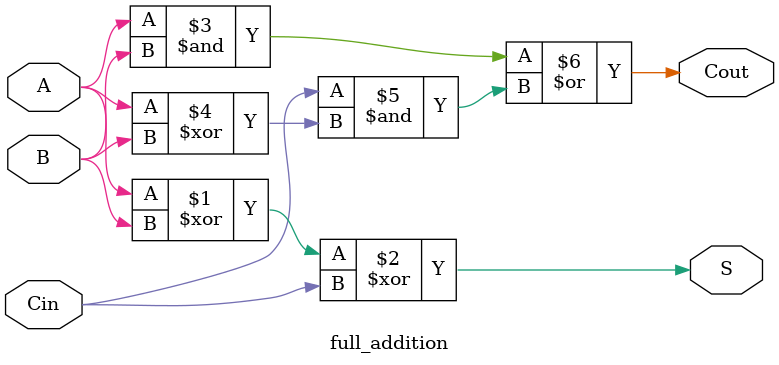
<source format=v>
module full_addition( A,B,Cin,S,Cout);
input A;
input B;
input Cin;
output S;
output Cout;
assign S=(A^B)^Cin;
assign Cout=(A&B)|(Cin&(A^B));
endmodule
</source>
